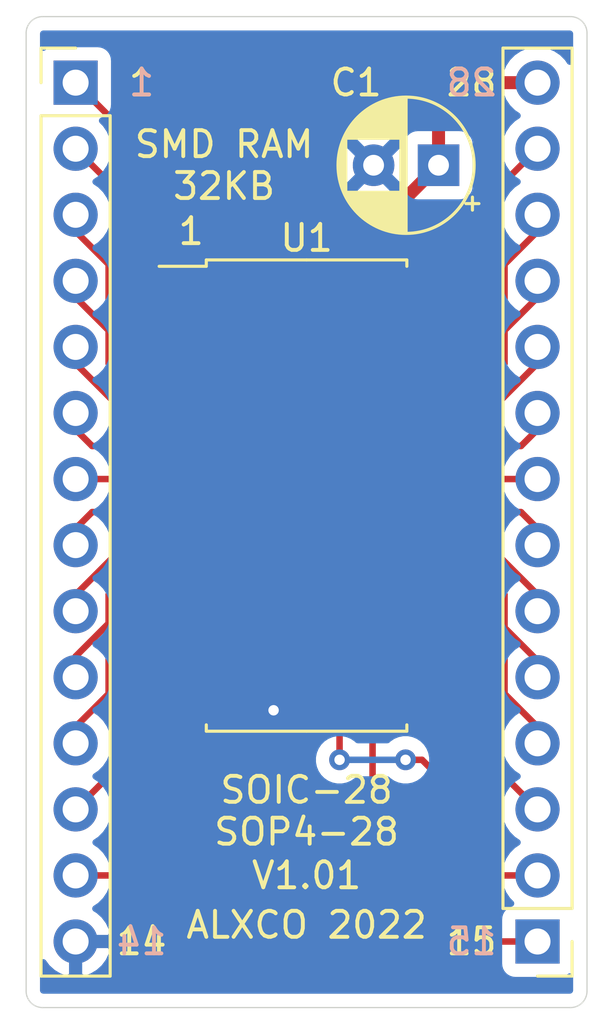
<source format=kicad_pcb>
(kicad_pcb (version 20171130) (host pcbnew "(5.1.7)-1")

  (general
    (thickness 1.6)
    (drawings 21)
    (tracks 128)
    (zones 0)
    (modules 4)
    (nets 29)
  )

  (page A4)
  (layers
    (0 F.Cu signal)
    (31 B.Cu signal)
    (32 B.Adhes user)
    (33 F.Adhes user)
    (34 B.Paste user)
    (35 F.Paste user)
    (36 B.SilkS user)
    (37 F.SilkS user)
    (38 B.Mask user)
    (39 F.Mask user)
    (40 Dwgs.User user)
    (41 Cmts.User user)
    (42 Eco1.User user)
    (43 Eco2.User user)
    (44 Edge.Cuts user)
    (45 Margin user)
    (46 B.CrtYd user)
    (47 F.CrtYd user)
    (48 B.Fab user)
    (49 F.Fab user)
  )

  (setup
    (last_trace_width 0.25)
    (trace_clearance 0.2)
    (zone_clearance 0.508)
    (zone_45_only no)
    (trace_min 0.2)
    (via_size 0.8)
    (via_drill 0.4)
    (via_min_size 0.4)
    (via_min_drill 0.3)
    (uvia_size 0.3)
    (uvia_drill 0.1)
    (uvias_allowed no)
    (uvia_min_size 0.2)
    (uvia_min_drill 0.1)
    (edge_width 0.05)
    (segment_width 0.2)
    (pcb_text_width 0.3)
    (pcb_text_size 1.5 1.5)
    (mod_edge_width 0.12)
    (mod_text_size 1 1)
    (mod_text_width 0.15)
    (pad_size 1.524 1.524)
    (pad_drill 0.762)
    (pad_to_mask_clearance 0)
    (aux_axis_origin 0 0)
    (grid_origin 27.94 25.4)
    (visible_elements 7FFFFFFF)
    (pcbplotparams
      (layerselection 0x010f0_ffffffff)
      (usegerberextensions false)
      (usegerberattributes true)
      (usegerberadvancedattributes true)
      (creategerberjobfile true)
      (excludeedgelayer true)
      (linewidth 0.100000)
      (plotframeref false)
      (viasonmask false)
      (mode 1)
      (useauxorigin false)
      (hpglpennumber 1)
      (hpglpenspeed 20)
      (hpglpendiameter 15.000000)
      (psnegative false)
      (psa4output false)
      (plotreference true)
      (plotvalue true)
      (plotinvisibletext false)
      (padsonsilk false)
      (subtractmaskfromsilk false)
      (outputformat 1)
      (mirror false)
      (drillshape 0)
      (scaleselection 1)
      (outputdirectory "Gerbs/"))
  )

  (net 0 "")
  (net 1 GND)
  (net 2 +5V)
  (net 3 /D2)
  (net 4 /D1)
  (net 5 /D0)
  (net 6 /A0)
  (net 7 /A1)
  (net 8 /A2)
  (net 9 /A3)
  (net 10 /A4)
  (net 11 /A5)
  (net 12 /A6)
  (net 13 /A7)
  (net 14 /A12)
  (net 15 /AA14)
  (net 16 /WR_N)
  (net 17 /AA13)
  (net 18 /A8)
  (net 19 /A9)
  (net 20 /A11)
  (net 21 /RD_N)
  (net 22 /A10)
  (net 23 /RAMCS_N)
  (net 24 /D7)
  (net 25 /D6)
  (net 26 /D5)
  (net 27 /D4)
  (net 28 /D3)

  (net_class Default "This is the default net class."
    (clearance 0.2)
    (trace_width 0.25)
    (via_dia 0.8)
    (via_drill 0.4)
    (uvia_dia 0.3)
    (uvia_drill 0.1)
    (add_net /A0)
    (add_net /A1)
    (add_net /A10)
    (add_net /A11)
    (add_net /A12)
    (add_net /A2)
    (add_net /A3)
    (add_net /A4)
    (add_net /A5)
    (add_net /A6)
    (add_net /A7)
    (add_net /A8)
    (add_net /A9)
    (add_net /AA13)
    (add_net /AA14)
    (add_net /D0)
    (add_net /D1)
    (add_net /D2)
    (add_net /D3)
    (add_net /D4)
    (add_net /D5)
    (add_net /D6)
    (add_net /D7)
    (add_net /RAMCS_N)
    (add_net /RD_N)
    (add_net /WR_N)
  )

  (net_class PWR ""
    (clearance 0.2)
    (trace_width 0.5)
    (via_dia 0.8)
    (via_drill 0.4)
    (uvia_dia 0.3)
    (uvia_drill 0.1)
    (add_net +5V)
    (add_net GND)
  )

  (module RAMboard:SOIC-28custom (layer F.Cu) (tedit 627EC734) (tstamp 61E55C09)
    (at 36.83 41.275)
    (descr "SOIC, 28 Pin (JEDEC MS-013AE, https://www.analog.com/media/en/package-pcb-resources/package/35833120341221rw_28.pdf), generated with kicad-footprint-generator ipc_gullwing_generator.py")
    (tags "SOIC SO")
    (path /61E4F6FF)
    (attr smd)
    (fp_text reference U1 (at 0 -9.9) (layer F.SilkS)
      (effects (font (size 1 1) (thickness 0.15)))
    )
    (fp_text value FM18W08-SG (at 0 9.9) (layer F.Fab)
      (effects (font (size 1 1) (thickness 0.15)))
    )
    (fp_line (start 5.93 -9.2) (end -5.93 -9.2) (layer F.CrtYd) (width 0.05))
    (fp_line (start 5.93 9.2) (end 5.93 -9.2) (layer F.CrtYd) (width 0.05))
    (fp_line (start -5.93 9.2) (end 5.93 9.2) (layer F.CrtYd) (width 0.05))
    (fp_line (start -5.93 -9.2) (end -5.93 9.2) (layer F.CrtYd) (width 0.05))
    (fp_line (start -3.75 -7.95) (end -2.75 -8.95) (layer F.Fab) (width 0.1))
    (fp_line (start -3.75 8.95) (end -3.75 -7.95) (layer F.Fab) (width 0.1))
    (fp_line (start 3.75 8.95) (end -3.75 8.95) (layer F.Fab) (width 0.1))
    (fp_line (start 3.75 -8.95) (end 3.75 8.95) (layer F.Fab) (width 0.1))
    (fp_line (start -2.75 -8.95) (end 3.75 -8.95) (layer F.Fab) (width 0.1))
    (fp_line (start -3.86 -8.815) (end -5.675 -8.815) (layer F.SilkS) (width 0.12))
    (fp_line (start -3.86 -9.06) (end -3.86 -8.815) (layer F.SilkS) (width 0.12))
    (fp_line (start 0 -9.06) (end -3.86 -9.06) (layer F.SilkS) (width 0.12))
    (fp_line (start 3.86 -9.06) (end 3.86 -8.815) (layer F.SilkS) (width 0.12))
    (fp_line (start 0 -9.06) (end 3.86 -9.06) (layer F.SilkS) (width 0.12))
    (fp_line (start -3.86 9.06) (end -3.86 8.815) (layer F.SilkS) (width 0.12))
    (fp_line (start 0 9.06) (end -3.86 9.06) (layer F.SilkS) (width 0.12))
    (fp_line (start 3.86 9.06) (end 3.86 8.815) (layer F.SilkS) (width 0.12))
    (fp_line (start 0 9.06) (end 3.86 9.06) (layer F.SilkS) (width 0.12))
    (fp_text user %R (at 0 0) (layer F.Fab)
      (effects (font (size 1 1) (thickness 0.15)))
    )
    (pad 28 smd roundrect (at 4.65 -8.255) (size 3 0.8) (layers F.Cu F.Paste F.Mask) (roundrect_rratio 0.25)
      (net 2 +5V))
    (pad 27 smd roundrect (at 4.65 -6.985) (size 3 0.8) (layers F.Cu F.Paste F.Mask) (roundrect_rratio 0.25)
      (net 16 /WR_N))
    (pad 26 smd roundrect (at 4.65 -5.715) (size 3 0.8) (layers F.Cu F.Paste F.Mask) (roundrect_rratio 0.25)
      (net 17 /AA13))
    (pad 25 smd roundrect (at 4.65 -4.445) (size 3 0.8) (layers F.Cu F.Paste F.Mask) (roundrect_rratio 0.25)
      (net 18 /A8))
    (pad 24 smd roundrect (at 4.65 -3.175) (size 3 0.8) (layers F.Cu F.Paste F.Mask) (roundrect_rratio 0.25)
      (net 19 /A9))
    (pad 23 smd roundrect (at 4.65 -1.905) (size 3 0.8) (layers F.Cu F.Paste F.Mask) (roundrect_rratio 0.25)
      (net 20 /A11))
    (pad 22 smd roundrect (at 4.65 -0.635) (size 3 0.8) (layers F.Cu F.Paste F.Mask) (roundrect_rratio 0.25)
      (net 21 /RD_N))
    (pad 21 smd roundrect (at 4.65 0.635) (size 3 0.8) (layers F.Cu F.Paste F.Mask) (roundrect_rratio 0.25)
      (net 22 /A10))
    (pad 20 smd roundrect (at 4.65 1.905) (size 3 0.8) (layers F.Cu F.Paste F.Mask) (roundrect_rratio 0.25)
      (net 23 /RAMCS_N))
    (pad 19 smd roundrect (at 4.65 3.175) (size 3 0.8) (layers F.Cu F.Paste F.Mask) (roundrect_rratio 0.25)
      (net 24 /D7))
    (pad 18 smd roundrect (at 4.65 4.445) (size 3 0.8) (layers F.Cu F.Paste F.Mask) (roundrect_rratio 0.25)
      (net 25 /D6))
    (pad 17 smd roundrect (at 4.65 5.715) (size 3 0.8) (layers F.Cu F.Paste F.Mask) (roundrect_rratio 0.25)
      (net 26 /D5))
    (pad 16 smd roundrect (at 4.65 6.985) (size 3 0.8) (layers F.Cu F.Paste F.Mask) (roundrect_rratio 0.25)
      (net 27 /D4))
    (pad 15 smd roundrect (at 4.65 8.255) (size 3 0.8) (layers F.Cu F.Paste F.Mask) (roundrect_rratio 0.25)
      (net 28 /D3))
    (pad 14 smd roundrect (at -4.65 8.255) (size 3 0.8) (layers F.Cu F.Paste F.Mask) (roundrect_rratio 0.25)
      (net 1 GND))
    (pad 13 smd roundrect (at -4.65 6.985) (size 3 0.8) (layers F.Cu F.Paste F.Mask) (roundrect_rratio 0.25)
      (net 3 /D2))
    (pad 12 smd roundrect (at -4.65 5.715) (size 3 0.8) (layers F.Cu F.Paste F.Mask) (roundrect_rratio 0.25)
      (net 4 /D1))
    (pad 11 smd roundrect (at -4.65 4.445) (size 3 0.8) (layers F.Cu F.Paste F.Mask) (roundrect_rratio 0.25)
      (net 5 /D0))
    (pad 10 smd roundrect (at -4.65 3.175) (size 3 0.8) (layers F.Cu F.Paste F.Mask) (roundrect_rratio 0.25)
      (net 6 /A0))
    (pad 9 smd roundrect (at -4.65 1.905) (size 3 0.8) (layers F.Cu F.Paste F.Mask) (roundrect_rratio 0.25)
      (net 7 /A1))
    (pad 8 smd roundrect (at -4.65 0.635) (size 3 0.8) (layers F.Cu F.Paste F.Mask) (roundrect_rratio 0.25)
      (net 8 /A2))
    (pad 7 smd roundrect (at -4.65 -0.635) (size 3 0.8) (layers F.Cu F.Paste F.Mask) (roundrect_rratio 0.25)
      (net 9 /A3))
    (pad 6 smd roundrect (at -4.65 -1.905) (size 3 0.8) (layers F.Cu F.Paste F.Mask) (roundrect_rratio 0.25)
      (net 10 /A4))
    (pad 5 smd roundrect (at -4.65 -3.175) (size 3 0.8) (layers F.Cu F.Paste F.Mask) (roundrect_rratio 0.25)
      (net 11 /A5))
    (pad 4 smd roundrect (at -4.65 -4.445) (size 3 0.8) (layers F.Cu F.Paste F.Mask) (roundrect_rratio 0.25)
      (net 12 /A6))
    (pad 3 smd roundrect (at -4.65 -5.715) (size 3 0.8) (layers F.Cu F.Paste F.Mask) (roundrect_rratio 0.25)
      (net 13 /A7))
    (pad 2 smd roundrect (at -4.65 -6.985) (size 3 0.8) (layers F.Cu F.Paste F.Mask) (roundrect_rratio 0.25)
      (net 14 /A12))
    (pad 1 smd roundrect (at -4.65 -8.255) (size 3 0.8) (layers F.Cu F.Paste F.Mask) (roundrect_rratio 0.25)
      (net 15 /AA14))
    (model ${KISYS3DMOD}/Package_SO.3dshapes/SOIC-28W_7.5x17.9mm_P1.27mm.wrl
      (at (xyz 0 0 0))
      (scale (xyz 1 1 1))
      (rotate (xyz 0 0 0))
    )
  )

  (module Connector_PinHeader_2.54mm:PinHeader_1x14_P2.54mm_Vertical (layer F.Cu) (tedit 59FED5CC) (tstamp 61E55BD6)
    (at 45.72 58.42 180)
    (descr "Through hole straight pin header, 1x14, 2.54mm pitch, single row")
    (tags "Through hole pin header THT 1x14 2.54mm single row")
    (path /61E530D1)
    (fp_text reference J2 (at 0 -2.33) (layer F.SilkS) hide
      (effects (font (size 1 1) (thickness 0.15)))
    )
    (fp_text value RAMC_R (at 0 35.35) (layer F.Fab)
      (effects (font (size 1 1) (thickness 0.15)))
    )
    (fp_line (start -0.635 -1.27) (end 1.27 -1.27) (layer F.Fab) (width 0.1))
    (fp_line (start 1.27 -1.27) (end 1.27 34.29) (layer F.Fab) (width 0.1))
    (fp_line (start 1.27 34.29) (end -1.27 34.29) (layer F.Fab) (width 0.1))
    (fp_line (start -1.27 34.29) (end -1.27 -0.635) (layer F.Fab) (width 0.1))
    (fp_line (start -1.27 -0.635) (end -0.635 -1.27) (layer F.Fab) (width 0.1))
    (fp_line (start -1.33 34.35) (end 1.33 34.35) (layer F.SilkS) (width 0.12))
    (fp_line (start -1.33 1.27) (end -1.33 34.35) (layer F.SilkS) (width 0.12))
    (fp_line (start 1.33 1.27) (end 1.33 34.35) (layer F.SilkS) (width 0.12))
    (fp_line (start -1.33 1.27) (end 1.33 1.27) (layer F.SilkS) (width 0.12))
    (fp_line (start -1.33 0) (end -1.33 -1.33) (layer F.SilkS) (width 0.12))
    (fp_line (start -1.33 -1.33) (end 0 -1.33) (layer F.SilkS) (width 0.12))
    (fp_line (start -1.8 -1.8) (end -1.8 34.8) (layer F.CrtYd) (width 0.05))
    (fp_line (start -1.8 34.8) (end 1.8 34.8) (layer F.CrtYd) (width 0.05))
    (fp_line (start 1.8 34.8) (end 1.8 -1.8) (layer F.CrtYd) (width 0.05))
    (fp_line (start 1.8 -1.8) (end -1.8 -1.8) (layer F.CrtYd) (width 0.05))
    (fp_text user %R (at 0 16.51 90) (layer F.Fab)
      (effects (font (size 1 1) (thickness 0.15)))
    )
    (pad 14 thru_hole oval (at 0 33.02 180) (size 1.7 1.7) (drill 1) (layers *.Cu *.Mask)
      (net 2 +5V))
    (pad 13 thru_hole oval (at 0 30.48 180) (size 1.7 1.7) (drill 1) (layers *.Cu *.Mask)
      (net 16 /WR_N))
    (pad 12 thru_hole oval (at 0 27.94 180) (size 1.7 1.7) (drill 1) (layers *.Cu *.Mask)
      (net 17 /AA13))
    (pad 11 thru_hole oval (at 0 25.4 180) (size 1.7 1.7) (drill 1) (layers *.Cu *.Mask)
      (net 18 /A8))
    (pad 10 thru_hole oval (at 0 22.86 180) (size 1.7 1.7) (drill 1) (layers *.Cu *.Mask)
      (net 19 /A9))
    (pad 9 thru_hole oval (at 0 20.32 180) (size 1.7 1.7) (drill 1) (layers *.Cu *.Mask)
      (net 20 /A11))
    (pad 8 thru_hole oval (at 0 17.78 180) (size 1.7 1.7) (drill 1) (layers *.Cu *.Mask)
      (net 21 /RD_N))
    (pad 7 thru_hole oval (at 0 15.24 180) (size 1.7 1.7) (drill 1) (layers *.Cu *.Mask)
      (net 22 /A10))
    (pad 6 thru_hole oval (at 0 12.7 180) (size 1.7 1.7) (drill 1) (layers *.Cu *.Mask)
      (net 23 /RAMCS_N))
    (pad 5 thru_hole oval (at 0 10.16 180) (size 1.7 1.7) (drill 1) (layers *.Cu *.Mask)
      (net 24 /D7))
    (pad 4 thru_hole oval (at 0 7.62 180) (size 1.7 1.7) (drill 1) (layers *.Cu *.Mask)
      (net 25 /D6))
    (pad 3 thru_hole oval (at 0 5.08 180) (size 1.7 1.7) (drill 1) (layers *.Cu *.Mask)
      (net 26 /D5))
    (pad 2 thru_hole oval (at 0 2.54 180) (size 1.7 1.7) (drill 1) (layers *.Cu *.Mask)
      (net 27 /D4))
    (pad 1 thru_hole rect (at 0 0 180) (size 1.7 1.7) (drill 1) (layers *.Cu *.Mask)
      (net 28 /D3))
    (model ${KISYS3DMOD}/Connector_PinHeader_2.54mm.3dshapes/PinHeader_1x14_P2.54mm_Vertical.wrl
      (at (xyz 0 0 0))
      (scale (xyz 1 1 1))
      (rotate (xyz 0 0 0))
    )
  )

  (module Connector_PinHeader_2.54mm:PinHeader_1x14_P2.54mm_Vertical (layer F.Cu) (tedit 59FED5CC) (tstamp 61E55BB4)
    (at 27.94 25.4)
    (descr "Through hole straight pin header, 1x14, 2.54mm pitch, single row")
    (tags "Through hole pin header THT 1x14 2.54mm single row")
    (path /61E5276E)
    (fp_text reference J1 (at 0 -2.33) (layer F.SilkS) hide
      (effects (font (size 1 1) (thickness 0.15)))
    )
    (fp_text value RAMC_L (at 0 35.35) (layer F.Fab)
      (effects (font (size 1 1) (thickness 0.15)))
    )
    (fp_line (start -0.635 -1.27) (end 1.27 -1.27) (layer F.Fab) (width 0.1))
    (fp_line (start 1.27 -1.27) (end 1.27 34.29) (layer F.Fab) (width 0.1))
    (fp_line (start 1.27 34.29) (end -1.27 34.29) (layer F.Fab) (width 0.1))
    (fp_line (start -1.27 34.29) (end -1.27 -0.635) (layer F.Fab) (width 0.1))
    (fp_line (start -1.27 -0.635) (end -0.635 -1.27) (layer F.Fab) (width 0.1))
    (fp_line (start -1.33 34.35) (end 1.33 34.35) (layer F.SilkS) (width 0.12))
    (fp_line (start -1.33 1.27) (end -1.33 34.35) (layer F.SilkS) (width 0.12))
    (fp_line (start 1.33 1.27) (end 1.33 34.35) (layer F.SilkS) (width 0.12))
    (fp_line (start -1.33 1.27) (end 1.33 1.27) (layer F.SilkS) (width 0.12))
    (fp_line (start -1.33 0) (end -1.33 -1.33) (layer F.SilkS) (width 0.12))
    (fp_line (start -1.33 -1.33) (end 0 -1.33) (layer F.SilkS) (width 0.12))
    (fp_line (start -1.8 -1.8) (end -1.8 34.8) (layer F.CrtYd) (width 0.05))
    (fp_line (start -1.8 34.8) (end 1.8 34.8) (layer F.CrtYd) (width 0.05))
    (fp_line (start 1.8 34.8) (end 1.8 -1.8) (layer F.CrtYd) (width 0.05))
    (fp_line (start 1.8 -1.8) (end -1.8 -1.8) (layer F.CrtYd) (width 0.05))
    (fp_text user %R (at 0 16.51 90) (layer F.Fab)
      (effects (font (size 1 1) (thickness 0.15)))
    )
    (pad 14 thru_hole oval (at 0 33.02) (size 1.7 1.7) (drill 1) (layers *.Cu *.Mask)
      (net 1 GND))
    (pad 13 thru_hole oval (at 0 30.48) (size 1.7 1.7) (drill 1) (layers *.Cu *.Mask)
      (net 3 /D2))
    (pad 12 thru_hole oval (at 0 27.94) (size 1.7 1.7) (drill 1) (layers *.Cu *.Mask)
      (net 4 /D1))
    (pad 11 thru_hole oval (at 0 25.4) (size 1.7 1.7) (drill 1) (layers *.Cu *.Mask)
      (net 5 /D0))
    (pad 10 thru_hole oval (at 0 22.86) (size 1.7 1.7) (drill 1) (layers *.Cu *.Mask)
      (net 6 /A0))
    (pad 9 thru_hole oval (at 0 20.32) (size 1.7 1.7) (drill 1) (layers *.Cu *.Mask)
      (net 7 /A1))
    (pad 8 thru_hole oval (at 0 17.78) (size 1.7 1.7) (drill 1) (layers *.Cu *.Mask)
      (net 8 /A2))
    (pad 7 thru_hole oval (at 0 15.24) (size 1.7 1.7) (drill 1) (layers *.Cu *.Mask)
      (net 9 /A3))
    (pad 6 thru_hole oval (at 0 12.7) (size 1.7 1.7) (drill 1) (layers *.Cu *.Mask)
      (net 10 /A4))
    (pad 5 thru_hole oval (at 0 10.16) (size 1.7 1.7) (drill 1) (layers *.Cu *.Mask)
      (net 11 /A5))
    (pad 4 thru_hole oval (at 0 7.62) (size 1.7 1.7) (drill 1) (layers *.Cu *.Mask)
      (net 12 /A6))
    (pad 3 thru_hole oval (at 0 5.08) (size 1.7 1.7) (drill 1) (layers *.Cu *.Mask)
      (net 13 /A7))
    (pad 2 thru_hole oval (at 0 2.54) (size 1.7 1.7) (drill 1) (layers *.Cu *.Mask)
      (net 14 /A12))
    (pad 1 thru_hole rect (at 0 0) (size 1.7 1.7) (drill 1) (layers *.Cu *.Mask)
      (net 15 /AA14))
    (model ${KISYS3DMOD}/Connector_PinHeader_2.54mm.3dshapes/PinHeader_1x14_P2.54mm_Vertical.wrl
      (at (xyz 0 0 0))
      (scale (xyz 1 1 1))
      (rotate (xyz 0 0 0))
    )
  )

  (module Capacitor_THT:CP_Radial_D5.0mm_P2.50mm (layer F.Cu) (tedit 5AE50EF0) (tstamp 61E55B92)
    (at 41.91 28.575 180)
    (descr "CP, Radial series, Radial, pin pitch=2.50mm, , diameter=5mm, Electrolytic Capacitor")
    (tags "CP Radial series Radial pin pitch 2.50mm  diameter 5mm Electrolytic Capacitor")
    (path /61E5526A)
    (fp_text reference C1 (at 3.175 3.175) (layer F.SilkS)
      (effects (font (size 1 1) (thickness 0.15)))
    )
    (fp_text value 100n (at 1.25 3.75) (layer F.Fab)
      (effects (font (size 1 1) (thickness 0.15)))
    )
    (fp_circle (center 1.25 0) (end 3.75 0) (layer F.Fab) (width 0.1))
    (fp_circle (center 1.25 0) (end 3.87 0) (layer F.SilkS) (width 0.12))
    (fp_circle (center 1.25 0) (end 4 0) (layer F.CrtYd) (width 0.05))
    (fp_line (start -0.883605 -1.0875) (end -0.383605 -1.0875) (layer F.Fab) (width 0.1))
    (fp_line (start -0.633605 -1.3375) (end -0.633605 -0.8375) (layer F.Fab) (width 0.1))
    (fp_line (start 1.25 -2.58) (end 1.25 2.58) (layer F.SilkS) (width 0.12))
    (fp_line (start 1.29 -2.58) (end 1.29 2.58) (layer F.SilkS) (width 0.12))
    (fp_line (start 1.33 -2.579) (end 1.33 2.579) (layer F.SilkS) (width 0.12))
    (fp_line (start 1.37 -2.578) (end 1.37 2.578) (layer F.SilkS) (width 0.12))
    (fp_line (start 1.41 -2.576) (end 1.41 2.576) (layer F.SilkS) (width 0.12))
    (fp_line (start 1.45 -2.573) (end 1.45 2.573) (layer F.SilkS) (width 0.12))
    (fp_line (start 1.49 -2.569) (end 1.49 -1.04) (layer F.SilkS) (width 0.12))
    (fp_line (start 1.49 1.04) (end 1.49 2.569) (layer F.SilkS) (width 0.12))
    (fp_line (start 1.53 -2.565) (end 1.53 -1.04) (layer F.SilkS) (width 0.12))
    (fp_line (start 1.53 1.04) (end 1.53 2.565) (layer F.SilkS) (width 0.12))
    (fp_line (start 1.57 -2.561) (end 1.57 -1.04) (layer F.SilkS) (width 0.12))
    (fp_line (start 1.57 1.04) (end 1.57 2.561) (layer F.SilkS) (width 0.12))
    (fp_line (start 1.61 -2.556) (end 1.61 -1.04) (layer F.SilkS) (width 0.12))
    (fp_line (start 1.61 1.04) (end 1.61 2.556) (layer F.SilkS) (width 0.12))
    (fp_line (start 1.65 -2.55) (end 1.65 -1.04) (layer F.SilkS) (width 0.12))
    (fp_line (start 1.65 1.04) (end 1.65 2.55) (layer F.SilkS) (width 0.12))
    (fp_line (start 1.69 -2.543) (end 1.69 -1.04) (layer F.SilkS) (width 0.12))
    (fp_line (start 1.69 1.04) (end 1.69 2.543) (layer F.SilkS) (width 0.12))
    (fp_line (start 1.73 -2.536) (end 1.73 -1.04) (layer F.SilkS) (width 0.12))
    (fp_line (start 1.73 1.04) (end 1.73 2.536) (layer F.SilkS) (width 0.12))
    (fp_line (start 1.77 -2.528) (end 1.77 -1.04) (layer F.SilkS) (width 0.12))
    (fp_line (start 1.77 1.04) (end 1.77 2.528) (layer F.SilkS) (width 0.12))
    (fp_line (start 1.81 -2.52) (end 1.81 -1.04) (layer F.SilkS) (width 0.12))
    (fp_line (start 1.81 1.04) (end 1.81 2.52) (layer F.SilkS) (width 0.12))
    (fp_line (start 1.85 -2.511) (end 1.85 -1.04) (layer F.SilkS) (width 0.12))
    (fp_line (start 1.85 1.04) (end 1.85 2.511) (layer F.SilkS) (width 0.12))
    (fp_line (start 1.89 -2.501) (end 1.89 -1.04) (layer F.SilkS) (width 0.12))
    (fp_line (start 1.89 1.04) (end 1.89 2.501) (layer F.SilkS) (width 0.12))
    (fp_line (start 1.93 -2.491) (end 1.93 -1.04) (layer F.SilkS) (width 0.12))
    (fp_line (start 1.93 1.04) (end 1.93 2.491) (layer F.SilkS) (width 0.12))
    (fp_line (start 1.971 -2.48) (end 1.971 -1.04) (layer F.SilkS) (width 0.12))
    (fp_line (start 1.971 1.04) (end 1.971 2.48) (layer F.SilkS) (width 0.12))
    (fp_line (start 2.011 -2.468) (end 2.011 -1.04) (layer F.SilkS) (width 0.12))
    (fp_line (start 2.011 1.04) (end 2.011 2.468) (layer F.SilkS) (width 0.12))
    (fp_line (start 2.051 -2.455) (end 2.051 -1.04) (layer F.SilkS) (width 0.12))
    (fp_line (start 2.051 1.04) (end 2.051 2.455) (layer F.SilkS) (width 0.12))
    (fp_line (start 2.091 -2.442) (end 2.091 -1.04) (layer F.SilkS) (width 0.12))
    (fp_line (start 2.091 1.04) (end 2.091 2.442) (layer F.SilkS) (width 0.12))
    (fp_line (start 2.131 -2.428) (end 2.131 -1.04) (layer F.SilkS) (width 0.12))
    (fp_line (start 2.131 1.04) (end 2.131 2.428) (layer F.SilkS) (width 0.12))
    (fp_line (start 2.171 -2.414) (end 2.171 -1.04) (layer F.SilkS) (width 0.12))
    (fp_line (start 2.171 1.04) (end 2.171 2.414) (layer F.SilkS) (width 0.12))
    (fp_line (start 2.211 -2.398) (end 2.211 -1.04) (layer F.SilkS) (width 0.12))
    (fp_line (start 2.211 1.04) (end 2.211 2.398) (layer F.SilkS) (width 0.12))
    (fp_line (start 2.251 -2.382) (end 2.251 -1.04) (layer F.SilkS) (width 0.12))
    (fp_line (start 2.251 1.04) (end 2.251 2.382) (layer F.SilkS) (width 0.12))
    (fp_line (start 2.291 -2.365) (end 2.291 -1.04) (layer F.SilkS) (width 0.12))
    (fp_line (start 2.291 1.04) (end 2.291 2.365) (layer F.SilkS) (width 0.12))
    (fp_line (start 2.331 -2.348) (end 2.331 -1.04) (layer F.SilkS) (width 0.12))
    (fp_line (start 2.331 1.04) (end 2.331 2.348) (layer F.SilkS) (width 0.12))
    (fp_line (start 2.371 -2.329) (end 2.371 -1.04) (layer F.SilkS) (width 0.12))
    (fp_line (start 2.371 1.04) (end 2.371 2.329) (layer F.SilkS) (width 0.12))
    (fp_line (start 2.411 -2.31) (end 2.411 -1.04) (layer F.SilkS) (width 0.12))
    (fp_line (start 2.411 1.04) (end 2.411 2.31) (layer F.SilkS) (width 0.12))
    (fp_line (start 2.451 -2.29) (end 2.451 -1.04) (layer F.SilkS) (width 0.12))
    (fp_line (start 2.451 1.04) (end 2.451 2.29) (layer F.SilkS) (width 0.12))
    (fp_line (start 2.491 -2.268) (end 2.491 -1.04) (layer F.SilkS) (width 0.12))
    (fp_line (start 2.491 1.04) (end 2.491 2.268) (layer F.SilkS) (width 0.12))
    (fp_line (start 2.531 -2.247) (end 2.531 -1.04) (layer F.SilkS) (width 0.12))
    (fp_line (start 2.531 1.04) (end 2.531 2.247) (layer F.SilkS) (width 0.12))
    (fp_line (start 2.571 -2.224) (end 2.571 -1.04) (layer F.SilkS) (width 0.12))
    (fp_line (start 2.571 1.04) (end 2.571 2.224) (layer F.SilkS) (width 0.12))
    (fp_line (start 2.611 -2.2) (end 2.611 -1.04) (layer F.SilkS) (width 0.12))
    (fp_line (start 2.611 1.04) (end 2.611 2.2) (layer F.SilkS) (width 0.12))
    (fp_line (start 2.651 -2.175) (end 2.651 -1.04) (layer F.SilkS) (width 0.12))
    (fp_line (start 2.651 1.04) (end 2.651 2.175) (layer F.SilkS) (width 0.12))
    (fp_line (start 2.691 -2.149) (end 2.691 -1.04) (layer F.SilkS) (width 0.12))
    (fp_line (start 2.691 1.04) (end 2.691 2.149) (layer F.SilkS) (width 0.12))
    (fp_line (start 2.731 -2.122) (end 2.731 -1.04) (layer F.SilkS) (width 0.12))
    (fp_line (start 2.731 1.04) (end 2.731 2.122) (layer F.SilkS) (width 0.12))
    (fp_line (start 2.771 -2.095) (end 2.771 -1.04) (layer F.SilkS) (width 0.12))
    (fp_line (start 2.771 1.04) (end 2.771 2.095) (layer F.SilkS) (width 0.12))
    (fp_line (start 2.811 -2.065) (end 2.811 -1.04) (layer F.SilkS) (width 0.12))
    (fp_line (start 2.811 1.04) (end 2.811 2.065) (layer F.SilkS) (width 0.12))
    (fp_line (start 2.851 -2.035) (end 2.851 -1.04) (layer F.SilkS) (width 0.12))
    (fp_line (start 2.851 1.04) (end 2.851 2.035) (layer F.SilkS) (width 0.12))
    (fp_line (start 2.891 -2.004) (end 2.891 -1.04) (layer F.SilkS) (width 0.12))
    (fp_line (start 2.891 1.04) (end 2.891 2.004) (layer F.SilkS) (width 0.12))
    (fp_line (start 2.931 -1.971) (end 2.931 -1.04) (layer F.SilkS) (width 0.12))
    (fp_line (start 2.931 1.04) (end 2.931 1.971) (layer F.SilkS) (width 0.12))
    (fp_line (start 2.971 -1.937) (end 2.971 -1.04) (layer F.SilkS) (width 0.12))
    (fp_line (start 2.971 1.04) (end 2.971 1.937) (layer F.SilkS) (width 0.12))
    (fp_line (start 3.011 -1.901) (end 3.011 -1.04) (layer F.SilkS) (width 0.12))
    (fp_line (start 3.011 1.04) (end 3.011 1.901) (layer F.SilkS) (width 0.12))
    (fp_line (start 3.051 -1.864) (end 3.051 -1.04) (layer F.SilkS) (width 0.12))
    (fp_line (start 3.051 1.04) (end 3.051 1.864) (layer F.SilkS) (width 0.12))
    (fp_line (start 3.091 -1.826) (end 3.091 -1.04) (layer F.SilkS) (width 0.12))
    (fp_line (start 3.091 1.04) (end 3.091 1.826) (layer F.SilkS) (width 0.12))
    (fp_line (start 3.131 -1.785) (end 3.131 -1.04) (layer F.SilkS) (width 0.12))
    (fp_line (start 3.131 1.04) (end 3.131 1.785) (layer F.SilkS) (width 0.12))
    (fp_line (start 3.171 -1.743) (end 3.171 -1.04) (layer F.SilkS) (width 0.12))
    (fp_line (start 3.171 1.04) (end 3.171 1.743) (layer F.SilkS) (width 0.12))
    (fp_line (start 3.211 -1.699) (end 3.211 -1.04) (layer F.SilkS) (width 0.12))
    (fp_line (start 3.211 1.04) (end 3.211 1.699) (layer F.SilkS) (width 0.12))
    (fp_line (start 3.251 -1.653) (end 3.251 -1.04) (layer F.SilkS) (width 0.12))
    (fp_line (start 3.251 1.04) (end 3.251 1.653) (layer F.SilkS) (width 0.12))
    (fp_line (start 3.291 -1.605) (end 3.291 -1.04) (layer F.SilkS) (width 0.12))
    (fp_line (start 3.291 1.04) (end 3.291 1.605) (layer F.SilkS) (width 0.12))
    (fp_line (start 3.331 -1.554) (end 3.331 -1.04) (layer F.SilkS) (width 0.12))
    (fp_line (start 3.331 1.04) (end 3.331 1.554) (layer F.SilkS) (width 0.12))
    (fp_line (start 3.371 -1.5) (end 3.371 -1.04) (layer F.SilkS) (width 0.12))
    (fp_line (start 3.371 1.04) (end 3.371 1.5) (layer F.SilkS) (width 0.12))
    (fp_line (start 3.411 -1.443) (end 3.411 -1.04) (layer F.SilkS) (width 0.12))
    (fp_line (start 3.411 1.04) (end 3.411 1.443) (layer F.SilkS) (width 0.12))
    (fp_line (start 3.451 -1.383) (end 3.451 -1.04) (layer F.SilkS) (width 0.12))
    (fp_line (start 3.451 1.04) (end 3.451 1.383) (layer F.SilkS) (width 0.12))
    (fp_line (start 3.491 -1.319) (end 3.491 -1.04) (layer F.SilkS) (width 0.12))
    (fp_line (start 3.491 1.04) (end 3.491 1.319) (layer F.SilkS) (width 0.12))
    (fp_line (start 3.531 -1.251) (end 3.531 -1.04) (layer F.SilkS) (width 0.12))
    (fp_line (start 3.531 1.04) (end 3.531 1.251) (layer F.SilkS) (width 0.12))
    (fp_line (start 3.571 -1.178) (end 3.571 1.178) (layer F.SilkS) (width 0.12))
    (fp_line (start 3.611 -1.098) (end 3.611 1.098) (layer F.SilkS) (width 0.12))
    (fp_line (start 3.651 -1.011) (end 3.651 1.011) (layer F.SilkS) (width 0.12))
    (fp_line (start 3.691 -0.915) (end 3.691 0.915) (layer F.SilkS) (width 0.12))
    (fp_line (start 3.731 -0.805) (end 3.731 0.805) (layer F.SilkS) (width 0.12))
    (fp_line (start 3.771 -0.677) (end 3.771 0.677) (layer F.SilkS) (width 0.12))
    (fp_line (start 3.811 -0.518) (end 3.811 0.518) (layer F.SilkS) (width 0.12))
    (fp_line (start 3.851 -0.284) (end 3.851 0.284) (layer F.SilkS) (width 0.12))
    (fp_line (start -1.554775 -1.475) (end -1.054775 -1.475) (layer F.SilkS) (width 0.12))
    (fp_line (start -1.304775 -1.725) (end -1.304775 -1.225) (layer F.SilkS) (width 0.12))
    (fp_text user %R (at 1.25 0) (layer F.Fab)
      (effects (font (size 1 1) (thickness 0.15)))
    )
    (pad 2 thru_hole circle (at 2.5 0 180) (size 1.6 1.6) (drill 0.8) (layers *.Cu *.Mask)
      (net 1 GND))
    (pad 1 thru_hole rect (at 0 0 180) (size 1.6 1.6) (drill 0.8) (layers *.Cu *.Mask)
      (net 2 +5V))
    (model ${KISYS3DMOD}/Capacitor_THT.3dshapes/CP_Radial_D5.0mm_P2.50mm.wrl
      (at (xyz 0 0 0))
      (scale (xyz 1 1 1))
      (rotate (xyz 0 0 0))
    )
  )

  (gr_text "ALXCO 2022" (at 36.83 57.785) (layer F.SilkS)
    (effects (font (size 1 1) (thickness 0.15)))
  )
  (gr_text V1.01 (at 36.83 55.88) (layer F.SilkS)
    (effects (font (size 1 1) (thickness 0.15)))
  )
  (gr_text 1 (at 32.385 31.115) (layer F.SilkS)
    (effects (font (size 1 1) (thickness 0.15)))
  )
  (gr_text 28 (at 43.18 25.4) (layer B.SilkS)
    (effects (font (size 1 1) (thickness 0.15)) (justify mirror))
  )
  (gr_text 1 (at 30.48 25.4) (layer B.SilkS)
    (effects (font (size 1 1) (thickness 0.15)) (justify mirror))
  )
  (gr_text 14 (at 30.48 58.42) (layer B.SilkS)
    (effects (font (size 1 1) (thickness 0.15)) (justify mirror))
  )
  (gr_text 15 (at 43.18 58.42) (layer B.SilkS)
    (effects (font (size 1 1) (thickness 0.15)) (justify mirror))
  )
  (gr_text 15 (at 43.18 58.42) (layer F.SilkS)
    (effects (font (size 1 1) (thickness 0.15)))
  )
  (gr_text 14 (at 30.48 58.42) (layer F.SilkS)
    (effects (font (size 1 1) (thickness 0.15)))
  )
  (gr_text 28 (at 43.18 25.4) (layer F.SilkS)
    (effects (font (size 1 1) (thickness 0.15)))
  )
  (gr_text 1 (at 30.48 25.4) (layer F.SilkS)
    (effects (font (size 1 1) (thickness 0.15)))
  )
  (gr_text "SOIC-28\nSOP4-28" (at 36.83 53.4) (layer F.SilkS)
    (effects (font (size 1 1) (thickness 0.15)))
  )
  (gr_text "SMD RAM\n32KB" (at 33.655 28.575) (layer F.SilkS)
    (effects (font (size 1 1) (thickness 0.15)))
  )
  (gr_arc (start 26.67 23.495) (end 26.67 22.86) (angle -90) (layer Edge.Cuts) (width 0.05))
  (gr_arc (start 46.99 23.495) (end 47.625 23.495) (angle -90) (layer Edge.Cuts) (width 0.05))
  (gr_arc (start 46.99 60.325) (end 46.99 60.96) (angle -90) (layer Edge.Cuts) (width 0.05))
  (gr_arc (start 26.67 60.325) (end 26.035 60.325) (angle -90) (layer Edge.Cuts) (width 0.05))
  (gr_line (start 26.67 60.96) (end 46.99 60.96) (layer Edge.Cuts) (width 0.05))
  (gr_line (start 26.67 22.86) (end 46.99 22.86) (layer Edge.Cuts) (width 0.05))
  (gr_line (start 47.625 60.325) (end 47.625 23.495) (layer Edge.Cuts) (width 0.05))
  (gr_line (start 26.035 23.495) (end 26.035 60.325) (layer Edge.Cuts) (width 0.05))

  (segment (start 32.18 49.53) (end 35.56 49.53) (width 0.5) (layer F.Cu) (net 1))
  (segment (start 35.56 49.53) (end 35.56 49.53) (width 0.5) (layer F.Cu) (net 1) (tstamp 627F36DA))
  (via (at 35.56 49.53) (size 0.8) (drill 0.4) (layers F.Cu B.Cu) (net 1))
  (segment (start 41.48 33.02) (end 39.37 33.02) (width 0.5) (layer F.Cu) (net 2))
  (segment (start 39.37 33.02) (end 38.735 32.385) (width 0.5) (layer F.Cu) (net 2))
  (segment (start 38.735 32.385) (end 38.735 31.75) (width 0.5) (layer F.Cu) (net 2))
  (segment (start 38.735 31.75) (end 41.91 28.575) (width 0.5) (layer F.Cu) (net 2))
  (segment (start 41.91 28.575) (end 41.91 26.67) (width 0.5) (layer F.Cu) (net 2))
  (segment (start 41.91 26.67) (end 43.18 25.4) (width 0.5) (layer F.Cu) (net 2))
  (segment (start 43.18 25.4) (end 45.72 25.4) (width 0.5) (layer F.Cu) (net 2))
  (segment (start 32.18 48.26) (end 36.195 48.26) (width 0.25) (layer F.Cu) (net 3))
  (segment (start 36.195 48.26) (end 36.83 48.895) (width 0.25) (layer F.Cu) (net 3))
  (segment (start 36.83 48.895) (end 36.83 50.165) (width 0.25) (layer F.Cu) (net 3))
  (segment (start 36.83 50.165) (end 31.115 55.88) (width 0.25) (layer F.Cu) (net 3))
  (segment (start 31.115 55.88) (end 27.94 55.88) (width 0.25) (layer F.Cu) (net 3))
  (segment (start 32.18 46.99) (end 30.48 46.99) (width 0.25) (layer F.Cu) (net 4))
  (segment (start 30.48 46.99) (end 29.845 47.625) (width 0.25) (layer F.Cu) (net 4))
  (segment (start 29.845 47.625) (end 29.845 51.435) (width 0.25) (layer F.Cu) (net 4))
  (segment (start 29.845 51.435) (end 27.94 53.34) (width 0.25) (layer F.Cu) (net 4))
  (segment (start 27.94 50.165) (end 27.94 50.8) (width 0.25) (layer F.Cu) (net 5))
  (segment (start 29.21 48.895) (end 27.94 50.165) (width 0.25) (layer F.Cu) (net 5))
  (segment (start 29.21 46.99) (end 29.21 48.895) (width 0.25) (layer F.Cu) (net 5))
  (segment (start 30.48 45.72) (end 29.21 46.99) (width 0.25) (layer F.Cu) (net 5))
  (segment (start 32.18 45.72) (end 30.48 45.72) (width 0.25) (layer F.Cu) (net 5))
  (segment (start 32.18 44.45) (end 29.845 44.45) (width 0.25) (layer F.Cu) (net 6))
  (segment (start 29.845 44.45) (end 29.21 45.085) (width 0.25) (layer F.Cu) (net 6))
  (segment (start 27.94 47.459002) (end 27.94 48.26) (width 0.25) (layer F.Cu) (net 6))
  (segment (start 29.21 46.189002) (end 27.94 47.459002) (width 0.25) (layer F.Cu) (net 6))
  (segment (start 29.21 45.085) (end 29.21 46.189002) (width 0.25) (layer F.Cu) (net 6))
  (segment (start 27.94 45.085) (end 27.94 45.72) (width 0.25) (layer F.Cu) (net 7))
  (segment (start 29.845 43.18) (end 27.94 45.085) (width 0.25) (layer F.Cu) (net 7))
  (segment (start 32.18 43.18) (end 29.845 43.18) (width 0.25) (layer F.Cu) (net 7))
  (segment (start 32.18 41.91) (end 28.575 41.91) (width 0.25) (layer F.Cu) (net 8))
  (segment (start 28.575 41.91) (end 27.94 42.545) (width 0.25) (layer F.Cu) (net 8))
  (segment (start 27.94 42.545) (end 27.94 43.18) (width 0.25) (layer F.Cu) (net 8))
  (segment (start 32.18 40.64) (end 27.94 40.64) (width 0.25) (layer F.Cu) (net 9))
  (segment (start 32.18 39.37) (end 28.575 39.37) (width 0.25) (layer F.Cu) (net 10))
  (segment (start 28.575 39.37) (end 27.94 38.735) (width 0.25) (layer F.Cu) (net 10))
  (segment (start 27.94 38.735) (end 27.94 38.1) (width 0.25) (layer F.Cu) (net 10))
  (segment (start 32.18 38.1) (end 29.845 38.1) (width 0.25) (layer F.Cu) (net 11))
  (segment (start 27.94 36.195) (end 27.94 35.56) (width 0.25) (layer F.Cu) (net 11))
  (segment (start 29.845 38.1) (end 27.94 36.195) (width 0.25) (layer F.Cu) (net 11))
  (segment (start 27.94 33.655) (end 27.94 33.02) (width 0.25) (layer F.Cu) (net 12))
  (segment (start 29.21 34.925) (end 27.94 33.655) (width 0.25) (layer F.Cu) (net 12))
  (segment (start 29.21 36.195) (end 29.21 34.925) (width 0.25) (layer F.Cu) (net 12))
  (segment (start 29.845 36.83) (end 29.21 36.195) (width 0.25) (layer F.Cu) (net 12))
  (segment (start 32.18 36.83) (end 29.845 36.83) (width 0.25) (layer F.Cu) (net 12))
  (segment (start 32.18 35.56) (end 30.48 35.56) (width 0.25) (layer F.Cu) (net 13))
  (segment (start 29.66001 34.74001) (end 29.660009 34.738599) (width 0.25) (layer F.Cu) (net 13))
  (segment (start 30.48 35.56) (end 29.66001 34.74001) (width 0.25) (layer F.Cu) (net 13))
  (segment (start 29.660009 34.738599) (end 29.21 34.28859) (width 0.25) (layer F.Cu) (net 13))
  (segment (start 29.21 34.28859) (end 29.21 32.385) (width 0.25) (layer F.Cu) (net 13))
  (segment (start 27.94 31.115) (end 27.94 30.48) (width 0.25) (layer F.Cu) (net 13))
  (segment (start 29.21 32.385) (end 27.94 31.115) (width 0.25) (layer F.Cu) (net 13))
  (segment (start 30.68 34.29) (end 29.845 33.455) (width 0.25) (layer F.Cu) (net 14))
  (segment (start 32.18 34.29) (end 30.68 34.29) (width 0.25) (layer F.Cu) (net 14))
  (segment (start 29.845 33.455) (end 29.845 29.845) (width 0.25) (layer F.Cu) (net 14))
  (segment (start 29.845 29.845) (end 27.94 27.94) (width 0.25) (layer F.Cu) (net 14))
  (segment (start 34.29 33.02) (end 32.18 33.02) (width 0.25) (layer F.Cu) (net 15))
  (segment (start 34.6075 32.0675) (end 34.29 31.75) (width 0.25) (layer F.Cu) (net 15))
  (segment (start 34.6075 32.7025) (end 34.6075 32.0675) (width 0.25) (layer F.Cu) (net 15))
  (segment (start 27.94 25.4) (end 34.29 31.75) (width 0.25) (layer F.Cu) (net 15))
  (segment (start 34.6075 32.7025) (end 34.29 33.02) (width 0.25) (layer F.Cu) (net 15))
  (segment (start 41.48 34.29) (end 43.18 34.29) (width 0.25) (layer F.Cu) (net 16))
  (segment (start 43.18 34.29) (end 43.815 33.655) (width 0.25) (layer F.Cu) (net 16))
  (segment (start 43.815 29.845) (end 45.72 27.94) (width 0.25) (layer F.Cu) (net 16))
  (segment (start 43.815 33.655) (end 43.815 29.845) (width 0.25) (layer F.Cu) (net 16))
  (segment (start 45.72 31.115) (end 45.72 30.48) (width 0.25) (layer F.Cu) (net 17))
  (segment (start 44.45 32.385) (end 45.72 31.115) (width 0.25) (layer F.Cu) (net 17))
  (segment (start 43.999991 34.738599) (end 44.45 34.28859) (width 0.25) (layer F.Cu) (net 17))
  (segment (start 43.99999 34.74001) (end 43.999991 34.738599) (width 0.25) (layer F.Cu) (net 17))
  (segment (start 44.45 34.28859) (end 44.45 32.385) (width 0.25) (layer F.Cu) (net 17))
  (segment (start 43.18 35.56) (end 43.99999 34.74001) (width 0.25) (layer F.Cu) (net 17))
  (segment (start 41.48 35.56) (end 43.18 35.56) (width 0.25) (layer F.Cu) (net 17))
  (segment (start 45.72 33.655) (end 45.72 33.02) (width 0.25) (layer F.Cu) (net 18))
  (segment (start 44.45 34.925) (end 45.72 33.655) (width 0.25) (layer F.Cu) (net 18))
  (segment (start 44.45 36.195) (end 44.45 34.925) (width 0.25) (layer F.Cu) (net 18))
  (segment (start 43.815 36.83) (end 44.45 36.195) (width 0.25) (layer F.Cu) (net 18))
  (segment (start 41.48 36.83) (end 43.815 36.83) (width 0.25) (layer F.Cu) (net 18))
  (segment (start 43.815 38.1) (end 45.72 36.195) (width 0.25) (layer F.Cu) (net 19))
  (segment (start 45.72 36.195) (end 45.72 35.56) (width 0.25) (layer F.Cu) (net 19))
  (segment (start 41.48 38.1) (end 43.815 38.1) (width 0.25) (layer F.Cu) (net 19))
  (segment (start 41.48 39.37) (end 45.085 39.37) (width 0.25) (layer F.Cu) (net 20))
  (segment (start 45.085 39.37) (end 45.72 38.735) (width 0.25) (layer F.Cu) (net 20))
  (segment (start 45.72 38.735) (end 45.72 38.1) (width 0.25) (layer F.Cu) (net 20))
  (segment (start 41.48 40.64) (end 45.72 40.64) (width 0.25) (layer F.Cu) (net 21))
  (segment (start 41.48 41.91) (end 45.085 41.91) (width 0.25) (layer F.Cu) (net 22))
  (segment (start 45.085 41.91) (end 45.72 42.545) (width 0.25) (layer F.Cu) (net 22))
  (segment (start 45.72 42.545) (end 45.72 43.18) (width 0.25) (layer F.Cu) (net 22))
  (segment (start 45.72 45.085) (end 45.72 45.72) (width 0.25) (layer F.Cu) (net 23))
  (segment (start 43.815 43.18) (end 45.72 45.085) (width 0.25) (layer F.Cu) (net 23))
  (segment (start 41.48 43.18) (end 43.815 43.18) (width 0.25) (layer F.Cu) (net 23))
  (segment (start 41.48 44.45) (end 43.815 44.45) (width 0.25) (layer F.Cu) (net 24))
  (segment (start 43.815 44.45) (end 44.45 45.085) (width 0.25) (layer F.Cu) (net 24))
  (segment (start 44.45 45.085) (end 44.45 46.355) (width 0.25) (layer F.Cu) (net 24))
  (segment (start 45.72 47.625) (end 45.72 48.26) (width 0.25) (layer F.Cu) (net 24))
  (segment (start 44.45 46.355) (end 45.72 47.625) (width 0.25) (layer F.Cu) (net 24))
  (segment (start 41.48 45.72) (end 43.18 45.72) (width 0.25) (layer F.Cu) (net 25))
  (segment (start 43.99999 46.53999) (end 43.999991 46.541401) (width 0.25) (layer F.Cu) (net 25))
  (segment (start 43.18 45.72) (end 43.99999 46.53999) (width 0.25) (layer F.Cu) (net 25))
  (segment (start 43.999991 46.541401) (end 44.45 46.99141) (width 0.25) (layer F.Cu) (net 25))
  (segment (start 44.45 46.99141) (end 44.45 48.895) (width 0.25) (layer F.Cu) (net 25))
  (segment (start 45.72 50.165) (end 45.72 50.8) (width 0.25) (layer F.Cu) (net 25))
  (segment (start 44.45 48.895) (end 45.72 50.165) (width 0.25) (layer F.Cu) (net 25))
  (segment (start 41.48 46.99) (end 43.18 46.99) (width 0.25) (layer F.Cu) (net 26))
  (segment (start 43.18 46.99) (end 43.815 47.625) (width 0.25) (layer F.Cu) (net 26))
  (segment (start 43.815 51.435) (end 45.72 53.34) (width 0.25) (layer F.Cu) (net 26))
  (segment (start 43.815 47.625) (end 43.815 51.435) (width 0.25) (layer F.Cu) (net 26))
  (segment (start 41.48 48.26) (end 38.735 48.26) (width 0.25) (layer F.Cu) (net 27))
  (segment (start 45.72 55.88) (end 43.815 55.88) (width 0.25) (layer F.Cu) (net 27))
  (segment (start 43.815 55.88) (end 42.545 54.61) (width 0.25) (layer F.Cu) (net 27))
  (segment (start 42.545 54.61) (end 41.91 53.975) (width 0.25) (layer F.Cu) (net 27))
  (segment (start 41.91 53.975) (end 41.91 52.07) (width 0.25) (layer F.Cu) (net 27))
  (segment (start 41.91 52.07) (end 41.275 51.435) (width 0.25) (layer F.Cu) (net 27))
  (segment (start 41.275 51.435) (end 40.64 51.435) (width 0.25) (layer F.Cu) (net 27))
  (segment (start 40.64 51.435) (end 40.64 51.435) (width 0.25) (layer F.Cu) (net 27) (tstamp 627F39AA))
  (via (at 40.64 51.435) (size 0.8) (drill 0.4) (layers F.Cu B.Cu) (net 27))
  (segment (start 38.735 48.26) (end 38.1 48.895) (width 0.25) (layer F.Cu) (net 27))
  (segment (start 38.1 51.435) (end 38.1 51.435) (width 0.25) (layer F.Cu) (net 27) (tstamp 627F398C))
  (segment (start 38.1 51.435) (end 40.64 51.435) (width 0.25) (layer B.Cu) (net 27))
  (via (at 38.1 51.435) (size 0.8) (drill 0.4) (layers F.Cu B.Cu) (net 27))
  (segment (start 38.1 48.895) (end 38.1 51.435) (width 0.25) (layer F.Cu) (net 27))
  (segment (start 41.91 58.42) (end 45.72 58.42) (width 0.25) (layer F.Cu) (net 28))
  (segment (start 41.48 49.53) (end 40.005 49.53) (width 0.25) (layer F.Cu) (net 28))
  (segment (start 40.005 49.53) (end 39.37 50.165) (width 0.25) (layer F.Cu) (net 28))
  (segment (start 39.37 50.165) (end 39.37 51.435) (width 0.25) (layer F.Cu) (net 28))
  (segment (start 39.37 51.435) (end 39.37 55.88) (width 0.25) (layer F.Cu) (net 28))
  (segment (start 39.37 55.88) (end 41.91 58.42) (width 0.25) (layer F.Cu) (net 28))

  (zone (net 1) (net_name GND) (layer B.Cu) (tstamp 62C39393) (hatch edge 0.508)
    (connect_pads (clearance 0.508))
    (min_thickness 0.254)
    (fill yes (arc_segments 32) (thermal_gap 0.508) (thermal_bridge_width 0.508))
    (polygon
      (pts
        (xy 47.625 60.96) (xy 26.035 60.96) (xy 26.035 22.86) (xy 47.625 22.86)
      )
    )
    (filled_polygon
      (pts
        (xy 46.964513 23.520666) (xy 46.965001 23.52531) (xy 46.965001 24.590346) (xy 46.873475 24.453368) (xy 46.666632 24.246525)
        (xy 46.423411 24.08401) (xy 46.153158 23.972068) (xy 45.86626 23.915) (xy 45.57374 23.915) (xy 45.286842 23.972068)
        (xy 45.016589 24.08401) (xy 44.773368 24.246525) (xy 44.566525 24.453368) (xy 44.40401 24.696589) (xy 44.292068 24.966842)
        (xy 44.235 25.25374) (xy 44.235 25.54626) (xy 44.292068 25.833158) (xy 44.40401 26.103411) (xy 44.566525 26.346632)
        (xy 44.773368 26.553475) (xy 44.94776 26.67) (xy 44.773368 26.786525) (xy 44.566525 26.993368) (xy 44.40401 27.236589)
        (xy 44.292068 27.506842) (xy 44.235 27.79374) (xy 44.235 28.08626) (xy 44.292068 28.373158) (xy 44.40401 28.643411)
        (xy 44.566525 28.886632) (xy 44.773368 29.093475) (xy 44.94776 29.21) (xy 44.773368 29.326525) (xy 44.566525 29.533368)
        (xy 44.40401 29.776589) (xy 44.292068 30.046842) (xy 44.235 30.33374) (xy 44.235 30.62626) (xy 44.292068 30.913158)
        (xy 44.40401 31.183411) (xy 44.566525 31.426632) (xy 44.773368 31.633475) (xy 44.94776 31.75) (xy 44.773368 31.866525)
        (xy 44.566525 32.073368) (xy 44.40401 32.316589) (xy 44.292068 32.586842) (xy 44.235 32.87374) (xy 44.235 33.16626)
        (xy 44.292068 33.453158) (xy 44.40401 33.723411) (xy 44.566525 33.966632) (xy 44.773368 34.173475) (xy 44.94776 34.29)
        (xy 44.773368 34.406525) (xy 44.566525 34.613368) (xy 44.40401 34.856589) (xy 44.292068 35.126842) (xy 44.235 35.41374)
        (xy 44.235 35.70626) (xy 44.292068 35.993158) (xy 44.40401 36.263411) (xy 44.566525 36.506632) (xy 44.773368 36.713475)
        (xy 44.94776 36.83) (xy 44.773368 36.946525) (xy 44.566525 37.153368) (xy 44.40401 37.396589) (xy 44.292068 37.666842)
        (xy 44.235 37.95374) (xy 44.235 38.24626) (xy 44.292068 38.533158) (xy 44.40401 38.803411) (xy 44.566525 39.046632)
        (xy 44.773368 39.253475) (xy 44.94776 39.37) (xy 44.773368 39.486525) (xy 44.566525 39.693368) (xy 44.40401 39.936589)
        (xy 44.292068 40.206842) (xy 44.235 40.49374) (xy 44.235 40.78626) (xy 44.292068 41.073158) (xy 44.40401 41.343411)
        (xy 44.566525 41.586632) (xy 44.773368 41.793475) (xy 44.94776 41.91) (xy 44.773368 42.026525) (xy 44.566525 42.233368)
        (xy 44.40401 42.476589) (xy 44.292068 42.746842) (xy 44.235 43.03374) (xy 44.235 43.32626) (xy 44.292068 43.613158)
        (xy 44.40401 43.883411) (xy 44.566525 44.126632) (xy 44.773368 44.333475) (xy 44.94776 44.45) (xy 44.773368 44.566525)
        (xy 44.566525 44.773368) (xy 44.40401 45.016589) (xy 44.292068 45.286842) (xy 44.235 45.57374) (xy 44.235 45.86626)
        (xy 44.292068 46.153158) (xy 44.40401 46.423411) (xy 44.566525 46.666632) (xy 44.773368 46.873475) (xy 44.94776 46.99)
        (xy 44.773368 47.106525) (xy 44.566525 47.313368) (xy 44.40401 47.556589) (xy 44.292068 47.826842) (xy 44.235 48.11374)
        (xy 44.235 48.40626) (xy 44.292068 48.693158) (xy 44.40401 48.963411) (xy 44.566525 49.206632) (xy 44.773368 49.413475)
        (xy 44.94776 49.53) (xy 44.773368 49.646525) (xy 44.566525 49.853368) (xy 44.40401 50.096589) (xy 44.292068 50.366842)
        (xy 44.235 50.65374) (xy 44.235 50.94626) (xy 44.292068 51.233158) (xy 44.40401 51.503411) (xy 44.566525 51.746632)
        (xy 44.773368 51.953475) (xy 44.94776 52.07) (xy 44.773368 52.186525) (xy 44.566525 52.393368) (xy 44.40401 52.636589)
        (xy 44.292068 52.906842) (xy 44.235 53.19374) (xy 44.235 53.48626) (xy 44.292068 53.773158) (xy 44.40401 54.043411)
        (xy 44.566525 54.286632) (xy 44.773368 54.493475) (xy 44.94776 54.61) (xy 44.773368 54.726525) (xy 44.566525 54.933368)
        (xy 44.40401 55.176589) (xy 44.292068 55.446842) (xy 44.235 55.73374) (xy 44.235 56.02626) (xy 44.292068 56.313158)
        (xy 44.40401 56.583411) (xy 44.566525 56.826632) (xy 44.69838 56.958487) (xy 44.62582 56.980498) (xy 44.515506 57.039463)
        (xy 44.418815 57.118815) (xy 44.339463 57.215506) (xy 44.280498 57.32582) (xy 44.244188 57.445518) (xy 44.231928 57.57)
        (xy 44.231928 59.27) (xy 44.244188 59.394482) (xy 44.280498 59.51418) (xy 44.339463 59.624494) (xy 44.418815 59.721185)
        (xy 44.515506 59.800537) (xy 44.62582 59.859502) (xy 44.745518 59.895812) (xy 44.87 59.908072) (xy 46.57 59.908072)
        (xy 46.694482 59.895812) (xy 46.81418 59.859502) (xy 46.924494 59.800537) (xy 46.965 59.767295) (xy 46.965 60.292725)
        (xy 46.964335 60.299513) (xy 46.959699 60.3) (xy 26.702275 60.3) (xy 26.695487 60.299335) (xy 26.695 60.294699)
        (xy 26.695 59.222637) (xy 26.842412 59.420269) (xy 27.058645 59.615178) (xy 27.308748 59.764157) (xy 27.583109 59.861481)
        (xy 27.813 59.740814) (xy 27.813 58.547) (xy 28.067 58.547) (xy 28.067 59.740814) (xy 28.296891 59.861481)
        (xy 28.571252 59.764157) (xy 28.821355 59.615178) (xy 29.037588 59.420269) (xy 29.211641 59.18692) (xy 29.336825 58.924099)
        (xy 29.381476 58.77689) (xy 29.260155 58.547) (xy 28.067 58.547) (xy 27.813 58.547) (xy 27.793 58.547)
        (xy 27.793 58.293) (xy 27.813 58.293) (xy 27.813 58.273) (xy 28.067 58.273) (xy 28.067 58.293)
        (xy 29.260155 58.293) (xy 29.381476 58.06311) (xy 29.336825 57.915901) (xy 29.211641 57.65308) (xy 29.037588 57.419731)
        (xy 28.821355 57.224822) (xy 28.704466 57.155195) (xy 28.886632 57.033475) (xy 29.093475 56.826632) (xy 29.25599 56.583411)
        (xy 29.367932 56.313158) (xy 29.425 56.02626) (xy 29.425 55.73374) (xy 29.367932 55.446842) (xy 29.25599 55.176589)
        (xy 29.093475 54.933368) (xy 28.886632 54.726525) (xy 28.71224 54.61) (xy 28.886632 54.493475) (xy 29.093475 54.286632)
        (xy 29.25599 54.043411) (xy 29.367932 53.773158) (xy 29.425 53.48626) (xy 29.425 53.19374) (xy 29.367932 52.906842)
        (xy 29.25599 52.636589) (xy 29.093475 52.393368) (xy 28.886632 52.186525) (xy 28.71224 52.07) (xy 28.886632 51.953475)
        (xy 29.093475 51.746632) (xy 29.25599 51.503411) (xy 29.32655 51.333061) (xy 37.065 51.333061) (xy 37.065 51.536939)
        (xy 37.104774 51.736898) (xy 37.182795 51.925256) (xy 37.296063 52.094774) (xy 37.440226 52.238937) (xy 37.609744 52.352205)
        (xy 37.798102 52.430226) (xy 37.998061 52.47) (xy 38.201939 52.47) (xy 38.401898 52.430226) (xy 38.590256 52.352205)
        (xy 38.759774 52.238937) (xy 38.803711 52.195) (xy 39.936289 52.195) (xy 39.980226 52.238937) (xy 40.149744 52.352205)
        (xy 40.338102 52.430226) (xy 40.538061 52.47) (xy 40.741939 52.47) (xy 40.941898 52.430226) (xy 41.130256 52.352205)
        (xy 41.299774 52.238937) (xy 41.443937 52.094774) (xy 41.557205 51.925256) (xy 41.635226 51.736898) (xy 41.675 51.536939)
        (xy 41.675 51.333061) (xy 41.635226 51.133102) (xy 41.557205 50.944744) (xy 41.443937 50.775226) (xy 41.299774 50.631063)
        (xy 41.130256 50.517795) (xy 40.941898 50.439774) (xy 40.741939 50.4) (xy 40.538061 50.4) (xy 40.338102 50.439774)
        (xy 40.149744 50.517795) (xy 39.980226 50.631063) (xy 39.936289 50.675) (xy 38.803711 50.675) (xy 38.759774 50.631063)
        (xy 38.590256 50.517795) (xy 38.401898 50.439774) (xy 38.201939 50.4) (xy 37.998061 50.4) (xy 37.798102 50.439774)
        (xy 37.609744 50.517795) (xy 37.440226 50.631063) (xy 37.296063 50.775226) (xy 37.182795 50.944744) (xy 37.104774 51.133102)
        (xy 37.065 51.333061) (xy 29.32655 51.333061) (xy 29.367932 51.233158) (xy 29.425 50.94626) (xy 29.425 50.65374)
        (xy 29.367932 50.366842) (xy 29.25599 50.096589) (xy 29.093475 49.853368) (xy 28.886632 49.646525) (xy 28.71224 49.53)
        (xy 28.886632 49.413475) (xy 29.093475 49.206632) (xy 29.25599 48.963411) (xy 29.367932 48.693158) (xy 29.425 48.40626)
        (xy 29.425 48.11374) (xy 29.367932 47.826842) (xy 29.25599 47.556589) (xy 29.093475 47.313368) (xy 28.886632 47.106525)
        (xy 28.71224 46.99) (xy 28.886632 46.873475) (xy 29.093475 46.666632) (xy 29.25599 46.423411) (xy 29.367932 46.153158)
        (xy 29.425 45.86626) (xy 29.425 45.57374) (xy 29.367932 45.286842) (xy 29.25599 45.016589) (xy 29.093475 44.773368)
        (xy 28.886632 44.566525) (xy 28.71224 44.45) (xy 28.886632 44.333475) (xy 29.093475 44.126632) (xy 29.25599 43.883411)
        (xy 29.367932 43.613158) (xy 29.425 43.32626) (xy 29.425 43.03374) (xy 29.367932 42.746842) (xy 29.25599 42.476589)
        (xy 29.093475 42.233368) (xy 28.886632 42.026525) (xy 28.71224 41.91) (xy 28.886632 41.793475) (xy 29.093475 41.586632)
        (xy 29.25599 41.343411) (xy 29.367932 41.073158) (xy 29.425 40.78626) (xy 29.425 40.49374) (xy 29.367932 40.206842)
        (xy 29.25599 39.936589) (xy 29.093475 39.693368) (xy 28.886632 39.486525) (xy 28.71224 39.37) (xy 28.886632 39.253475)
        (xy 29.093475 39.046632) (xy 29.25599 38.803411) (xy 29.367932 38.533158) (xy 29.425 38.24626) (xy 29.425 37.95374)
        (xy 29.367932 37.666842) (xy 29.25599 37.396589) (xy 29.093475 37.153368) (xy 28.886632 36.946525) (xy 28.71224 36.83)
        (xy 28.886632 36.713475) (xy 29.093475 36.506632) (xy 29.25599 36.263411) (xy 29.367932 35.993158) (xy 29.425 35.70626)
        (xy 29.425 35.41374) (xy 29.367932 35.126842) (xy 29.25599 34.856589) (xy 29.093475 34.613368) (xy 28.886632 34.406525)
        (xy 28.71224 34.29) (xy 28.886632 34.173475) (xy 29.093475 33.966632) (xy 29.25599 33.723411) (xy 29.367932 33.453158)
        (xy 29.425 33.16626) (xy 29.425 32.87374) (xy 29.367932 32.586842) (xy 29.25599 32.316589) (xy 29.093475 32.073368)
        (xy 28.886632 31.866525) (xy 28.71224 31.75) (xy 28.886632 31.633475) (xy 29.093475 31.426632) (xy 29.25599 31.183411)
        (xy 29.367932 30.913158) (xy 29.425 30.62626) (xy 29.425 30.33374) (xy 29.367932 30.046842) (xy 29.25599 29.776589)
        (xy 29.116417 29.567702) (xy 38.596903 29.567702) (xy 38.668486 29.811671) (xy 38.923996 29.932571) (xy 39.198184 30.0013)
        (xy 39.480512 30.015217) (xy 39.76013 29.973787) (xy 40.026292 29.878603) (xy 40.151514 29.811671) (xy 40.223097 29.567702)
        (xy 39.41 28.754605) (xy 38.596903 29.567702) (xy 29.116417 29.567702) (xy 29.093475 29.533368) (xy 28.886632 29.326525)
        (xy 28.71224 29.21) (xy 28.886632 29.093475) (xy 29.093475 28.886632) (xy 29.254586 28.645512) (xy 37.969783 28.645512)
        (xy 38.011213 28.92513) (xy 38.106397 29.191292) (xy 38.173329 29.316514) (xy 38.417298 29.388097) (xy 39.230395 28.575)
        (xy 39.589605 28.575) (xy 40.402702 29.388097) (xy 40.471928 29.367785) (xy 40.471928 29.375) (xy 40.484188 29.499482)
        (xy 40.520498 29.61918) (xy 40.579463 29.729494) (xy 40.658815 29.826185) (xy 40.755506 29.905537) (xy 40.86582 29.964502)
        (xy 40.985518 30.000812) (xy 41.11 30.013072) (xy 42.71 30.013072) (xy 42.834482 30.000812) (xy 42.95418 29.964502)
        (xy 43.064494 29.905537) (xy 43.161185 29.826185) (xy 43.240537 29.729494) (xy 43.299502 29.61918) (xy 43.335812 29.499482)
        (xy 43.348072 29.375) (xy 43.348072 27.775) (xy 43.335812 27.650518) (xy 43.299502 27.53082) (xy 43.240537 27.420506)
        (xy 43.161185 27.323815) (xy 43.064494 27.244463) (xy 42.95418 27.185498) (xy 42.834482 27.149188) (xy 42.71 27.136928)
        (xy 41.11 27.136928) (xy 40.985518 27.149188) (xy 40.86582 27.185498) (xy 40.755506 27.244463) (xy 40.658815 27.323815)
        (xy 40.579463 27.420506) (xy 40.520498 27.53082) (xy 40.484188 27.650518) (xy 40.471928 27.775) (xy 40.471928 27.782215)
        (xy 40.402702 27.761903) (xy 39.589605 28.575) (xy 39.230395 28.575) (xy 38.417298 27.761903) (xy 38.173329 27.833486)
        (xy 38.052429 28.088996) (xy 37.9837 28.363184) (xy 37.969783 28.645512) (xy 29.254586 28.645512) (xy 29.25599 28.643411)
        (xy 29.367932 28.373158) (xy 29.425 28.08626) (xy 29.425 27.79374) (xy 29.382942 27.582298) (xy 38.596903 27.582298)
        (xy 39.41 28.395395) (xy 40.223097 27.582298) (xy 40.151514 27.338329) (xy 39.896004 27.217429) (xy 39.621816 27.1487)
        (xy 39.339488 27.134783) (xy 39.05987 27.176213) (xy 38.793708 27.271397) (xy 38.668486 27.338329) (xy 38.596903 27.582298)
        (xy 29.382942 27.582298) (xy 29.367932 27.506842) (xy 29.25599 27.236589) (xy 29.093475 26.993368) (xy 28.96162 26.861513)
        (xy 29.03418 26.839502) (xy 29.144494 26.780537) (xy 29.241185 26.701185) (xy 29.320537 26.604494) (xy 29.379502 26.49418)
        (xy 29.415812 26.374482) (xy 29.428072 26.25) (xy 29.428072 24.55) (xy 29.415812 24.425518) (xy 29.379502 24.30582)
        (xy 29.320537 24.195506) (xy 29.241185 24.098815) (xy 29.144494 24.019463) (xy 29.03418 23.960498) (xy 28.914482 23.924188)
        (xy 28.79 23.911928) (xy 27.09 23.911928) (xy 26.965518 23.924188) (xy 26.84582 23.960498) (xy 26.735506 24.019463)
        (xy 26.695 24.052705) (xy 26.695 23.527275) (xy 26.695666 23.520487) (xy 26.700301 23.52) (xy 46.957725 23.52)
      )
    )
  )
)

</source>
